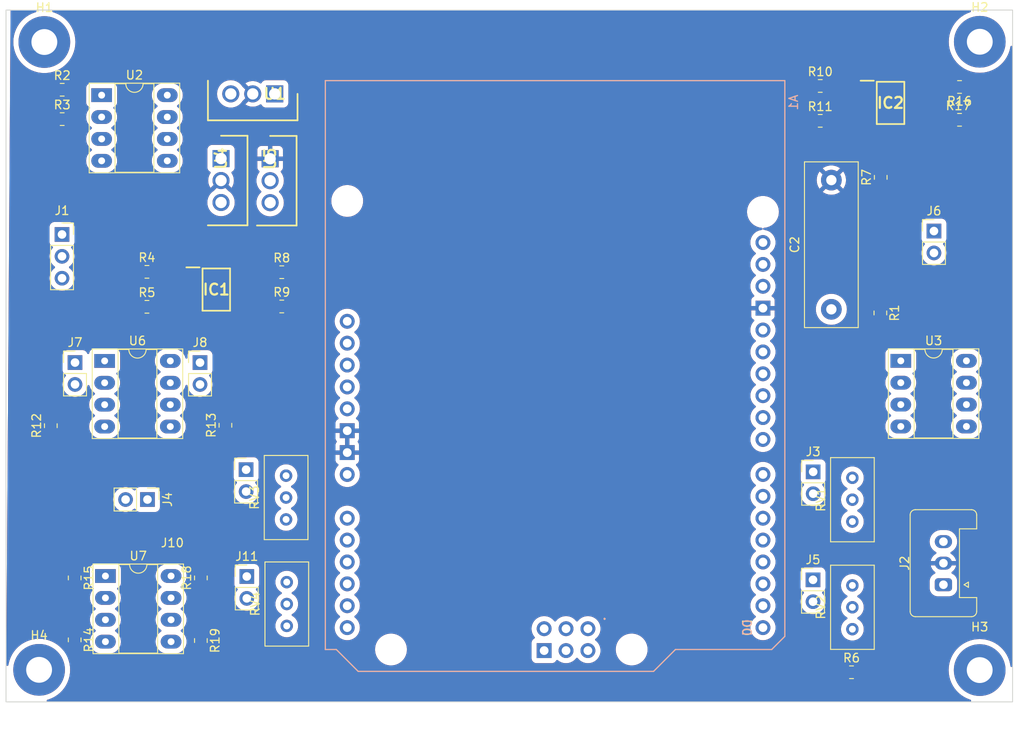
<source format=kicad_pcb>
(kicad_pcb (version 20221018) (generator pcbnew)
  (layers (0 "F.Cu" signal) (31 "B.Cu" signal) (34 "B.Paste" user) (35 "F.Paste" user) (36 "B.SilkS" user "B.Silkscreen") (37 "F.SilkS" user "F.Silkscreen") (38 "B.Mask" user) (39 "F.Mask" user) (44 "Edge.Cuts" user))
  (net 0 "")
  (net 1 "+12V")
  (net 2 "GND")
  (net 3 "Net-(U3A-+)")
  (net 4 "+5V")
  (net 5 "-12V")
  (net 6 "+9V")
  (net 7 "-9V")
  (net 8 "Net-(IC1-IN+)")
  (net 9 "Net-(IC1-OUT-)")
  (net 10 "Net-(IC1-OUT+)")
  (net 11 "Net-(IC1-IN-)")
  (net 12 "Net-(IC2-IN+)")
  (net 13 "VS-{slash}2")
  (net 14 "VS+{slash}2")
  (net 15 "Net-(IC2-IN-)")
  (net 16 "Net-(J1-Pin_1)")
  (net 17 "Net-(J1-Pin_2)")
  (net 18 "Net-(J1-Pin_3)")
  (net 19 "Net-(J3-Pin_1)")
  (net 20 "Net-(J3-Pin_2)")
  (net 21 "Net-(J4-Pin_1)")
  (net 22 "Net-(J5-Pin_1)")
  (net 23 "Net-(J5-Pin_2)")
  (net 24 "VS+")
  (net 25 "Net-(J7-Pin_1)")
  (net 26 "Net-(J7-Pin_2)")
  (net 27 "Net-(J8-Pin_1)")
  (net 28 "Net-(J8-Pin_2)")
  (net 29 "A0")
  (net 30 "A9")
  (net 31 "Net-(J10-Pin_1)")
  (net 32 "Net-(J11-Pin_1)")
  (net 33 "Net-(U2A--)")
  (net 34 "Net-(U2B--)")
  (net 35 "Net-(U7A--)")
  (net 36 "Net-(U7A-+)")
  (net 37 "Net-(R15-Pad1)")
  (footprint "Potentiometer_THT:Potentiometer_Bourns_3296W_Vertical" (layer "F.Cu") (at 187.11 111.44 90)
    (fp_text reference "RV1" (at -2.54 -3.66 90) (layer "F.SilkS"))
    (fp_text value "R_Potentiometer_Trim")
    (fp_line (start -7.425 -2.53) (end -7.425 2.54) (stroke (width 0.12)) (layer "F.SilkS"))
    (fp_line (start -7.425 -2.53) (end 2.345 -2.53) (stroke (width 0.12)) (layer "F.SilkS"))
    (fp_line (start -7.425 2.54) (end 2.345 2.54) (stroke (width 0.12)) (layer "F.SilkS"))
    (fp_line (start 2.345 -2.53) (end 2.345 2.54) (stroke (width 0.12)) (layer "F.SilkS"))
    (pad "1" thru_hole circle (at 0 0 90) (size 1.44 1.44) (drill 0.8) (layers "*.Cu" "*.Mask") (net 19 "Net-(J3-Pin_1)"))
    (pad "2" thru_hole circle (at -2.54 0 90) (size 1.44 1.44) (drill 0.8) (layers "*.Cu" "*.Mask") (net 20 "Net-(J3-Pin_2)"))
    (pad "3" thru_hole circle (at -5.08 0 90) (size 1.44 1.44) (drill 0.8) (layers "*.Cu" "*.Mask") (net 20 "Net-(J3-Pin_2)"))
  )
  (footprint "Resistor_SMD:R_0805_2012Metric_Pad1.20x1.40mm_HandSolder" (layer "F.Cu") (at 190.36 92.3 -90)
    (fp_text reference "R1" (at 0 -1.65 90) (layer "F.SilkS"))
    (fp_text value "10K")
    (fp_line (start -0.227064 -0.735) (end 0.227064 -0.735) (stroke (width 0.12)) (layer "F.SilkS"))
    (fp_line (start -0.227064 0.735) (end 0.227064 0.735) (stroke (width 0.12)) (layer "F.SilkS"))
    (pad "1" smd roundrect (at -1 0 270) (size 1.2 1.4) (layers "F.Cu" "F.Paste" "F.Mask") (roundrect_rratio 0.208333) (net 30 "A9"))
    (pad "2" smd roundrect (at 1 0 270) (size 1.2 1.4) (layers "F.Cu" "F.Paste" "F.Mask") (roundrect_rratio 0.208333) (net 3 "Net-(U3A-+)"))
  )
  (footprint "Connector_Stocko:Stocko_MKS_1653-6-0-303_1x3_P2.50mm_Vertical" (layer "F.Cu") (at 197.68 123.85 90)
    (fp_text reference "J2" (at 2.5 -4.5 90) (layer "F.SilkS"))
    (fp_text value "Conn_01x03")
    (fp_line (start -3.71 -3.25) (end -3.71 3.25) (stroke (width 0.12)) (layer "F.SilkS"))
    (fp_line (start -3.1 -3.86) (end 8.1 -3.86) (stroke (width 0.12)) (layer "F.SilkS"))
    (fp_line (start -3.1 3.86) (end -1.49 3.86) (stroke (width 0.12)) (layer "F.SilkS"))
    (fp_line (start -1.49 1.86) (end 6.49 1.86) (stroke (width 0.12)) (layer "F.SilkS"))
    (fp_line (start -1.49 3.86) (end -1.49 1.86) (stroke (width 0.12)) (layer "F.SilkS"))
    (fp_line (start -0.3 2.9) (end 0.3 2.9) (stroke (width 0.12)) (layer "F.SilkS"))
    (fp_line (start 0 2.4) (end -0.3 2.9) (stroke (width 0.12)) (layer "F.SilkS"))
    (fp_line (start 0.3 2.9) (end 0 2.4) (stroke (width 0.12)) (layer "F.SilkS"))
    (fp_line (start 6.49 3.86) (end 6.49 1.86) (stroke (width 0.12)) (layer "F.SilkS"))
    (fp_line (start 8.1 3.86) (end 6.49 3.86) (stroke (width 0.12)) (layer "F.SilkS"))
    (fp_line (start 8.71 -3.25) (end 8.71 3.25) (stroke (width 0.12)) (layer "F.SilkS"))
    (fp_arc (start -3.71 -3.25) (mid -3.531335 -3.681335) (end -3.1 -3.86) (stroke (width 0.12)) (layer "F.SilkS"))
    (fp_arc (start -3.1 3.86) (mid -3.531335 3.681335) (end -3.71 3.25) (stroke (width 0.12)) (layer "F.SilkS"))
    (fp_arc (start 8.1 -3.86) (mid 8.531335 -3.681335) (end 8.71 -3.25) (stroke (width 0.12)) (layer "F.SilkS"))
    (fp_arc (start 8.71 3.25) (mid 8.531335 3.681335) (end 8.1 3.86) (stroke (width 0.12)) (layer "F.SilkS"))
    (pad "1" thru_hole roundrect (at 0 0 90) (size 1.5 2) (drill 1) (layers "*.Cu" "*.Mask") (net 5 "-12V"))
    (pad "2" thru_hole oval (at 2.5 0 90) (size 1.5 2) (drill 1) (layers "*.Cu" "*.Mask") (net 2 "GND"))
    (pad "3" thru_hole oval (at 5 0 90) (size 1.5 2) (drill 1) (layers "*.Cu" "*.Mask") (net 1 "+12V"))
  )
  (footprint "Package_DIP:DIP-8_W7.62mm_Socket_LongPads" (layer "F.Cu") (at 99.96 67.02)
    (fp_text reference "U2" (at 3.81 -2.33) (layer "F.SilkS"))
    (fp_text value "TL072")
    (fp_line (start -1.44 -1.39) (end -1.44 9.01) (stroke (width 0.12)) (layer "F.SilkS"))
    (fp_line (start -1.44 9.01) (end 9.06 9.01) (stroke (width 0.12)) (layer "F.SilkS"))
    (fp_line (start 1.56 -1.33) (end 1.56 8.95) (stroke (width 0.12)) (layer "F.SilkS"))
    (fp_line (start 1.56 8.95) (end 6.06 8.95) (stroke (width 0.12)) (layer "F.SilkS"))
    (fp_line (start 2.81 -1.33) (end 1.56 -1.33) (stroke (width 0.12)) (layer "F.SilkS"))
    (fp_line (start 6.06 -1.33) (end 4.81 -1.33) (stroke (width 0.12)) (layer "F.SilkS"))
    (fp_line (start 6.06 8.95) (end 6.06 -1.33) (stroke (width 0.12)) (layer "F.SilkS"))
    (fp_line (start 9.06 -1.39) (end -1.44 -1.39) (stroke (width 0.12)) (layer "F.SilkS"))
    (fp_line (start 9.06 9.01) (end 9.06 -1.39) (stroke (width 0.12)) (layer "F.SilkS"))
    (fp_arc (start 4.81 -1.33) (mid 3.81 -0.33) (end 2.81 -1.33) (stroke (width 0.12)) (layer "F.SilkS"))
    (pad "1" thru_hole rect (at 0 0) (size 2.4 1.6) (drill 0.8) (layers "*.Cu" "*.Mask") (net 33 "Net-(U2A--)"))
    (pad "2" thru_hole oval (at 0 2.54) (size 2.4 1.6) (drill 0.8) (layers "*.Cu" "*.Mask") (net 33 "Net-(U2A--)"))
    (pad "3" thru_hole oval (at 0 5.08) (size 2.4 1.6) (drill 0.8) (layers "*.Cu" "*.Mask") (net 17 "Net-(J1-Pin_2)"))
    (pad "4" thru_hole oval (at 0 7.62) (size 2.4 1.6) (drill 0.8) (layers "*.Cu" "*.Mask") (net 7 "-9V"))
    (pad "5" thru_hole oval (at 7.62 7.62) (size 2.4 1.6) (drill 0.8) (layers "*.Cu" "*.Mask") (net 16 "Net-(J1-Pin_1)"))
    (pad "6" thru_hole oval (at 7.62 5.08) (size 2.4 1.6) (drill 0.8) (layers "*.Cu" "*.Mask") (net 34 "Net-(U2B--)"))
    (pad "7" thru_hole oval (at 7.62 2.54) (size 2.4 1.6) (drill 0.8) (layers "*.Cu" "*.Mask") (net 34 "Net-(U2B--)"))
    (pad "8" thru_hole oval (at 7.62 0) (size 2.4 1.6) (drill 0.8) (layers "*.Cu" "*.Mask") (net 6 "+9V"))
  )
  (footprint "Connector_PinHeader_2.54mm:PinHeader_1x02_P2.54mm_Vertical" (layer "F.Cu") (at 116.73 110.495)
    (fp_text reference "J10" (at -8.56 8.495) (layer "F.SilkS"))
    (fp_text value "Conn_01x02")
    (fp_line (start -1.33 -1.33) (end 0 -1.33) (stroke (width 0.12)) (layer "F.SilkS"))
    (fp_line (start -1.33 0) (end -1.33 -1.33) (stroke (width 0.12)) (layer "F.SilkS"))
    (fp_line (start -1.33 1.27) (end -1.33 3.87) (stroke (width 0.12)) (layer "F.SilkS"))
    (fp_line (start -1.33 1.27) (end 1.33 1.27) (stroke (width 0.12)) (layer "F.SilkS"))
    (fp_line (start -1.33 3.87) (end 1.33 3.87) (stroke (width 0.12)) (layer "F.SilkS"))
    (fp_line (start 1.33 1.27) (end 1.33 3.87) (stroke (width 0.12)) (layer "F.SilkS"))
    (pad "1" thru_hole rect (at 0 0) (size 1.7 1.7) (drill 1) (layers "*.Cu" "*.Mask") (net 31 "Net-(J10-Pin_1)"))
    (pad "2" thru_hole oval (at 0 2.54) (size 1.7 1.7) (drill 1) (layers "*.Cu" "*.Mask") (net 4 "+5V"))
  )
  (footprint "Resistor_SMD:R_0805_2012Metric_Pad1.20x1.40mm_HandSolder" (layer "F.Cu") (at 190.4 76.56 90)
    (fp_text reference "R7" (at 0 -1.65 90) (layer "F.SilkS"))
    (fp_text value "1K")
    (fp_line (start -0.227064 -0.735) (end 0.227064 -0.735) (stroke (width 0.12)) (layer "F.SilkS"))
    (fp_line (start -0.227064 0.735) (end 0.227064 0.735) (stroke (width 0.12)) (layer "F.SilkS"))
    (pad "1" smd roundrect (at -1 0 90) (size 1.2 1.4) (layers "F.Cu" "F.Paste" "F.Mask") (roundrect_rratio 0.208333) (net 20 "Net-(J3-Pin_2)"))
    (pad "2" smd roundrect (at 1 0 90) (size 1.2 1.4) (layers "F.Cu" "F.Paste" "F.Mask") (roundrect_rratio 0.208333) (net 2 "GND"))
  )
  (footprint "THP210DR:SOIC127P600X175-8N" (layer "F.Cu") (at 191.54 67.92)
    (fp_text reference "IC2" (at 0 0) (layer "F.SilkS") (effects (font (size 1.27 1.27) (thickness 0.254))))
    (fp_text value "THP210DR" hide)
    (fp_line (start -3.475 -2.58) (end -1.948 -2.58) (stroke (width 0.2)) (layer "F.SilkS"))
    (fp_line (start -1.598 -2.452) (end 1.598 -2.452) (stroke (width 0.2)) (layer "F.SilkS"))
    (fp_line (start -1.598 2.452) (end -1.598 -2.452) (stroke (width 0.2)) (layer "F.SilkS"))
    (fp_line (start 1.598 -2.452) (end 1.598 2.452) (stroke (width 0.2)) (layer "F.SilkS"))
    (fp_line (start 1.598 2.452) (end -1.598 2.452) (stroke (width 0.2)) (layer "F.SilkS"))
    (pad "1" smd rect (at -2.711 -1.905 90) (size 0.65 1.528) (layers "F.Cu" "F.Paste" "F.Mask") (net 15 "Net-(IC2-IN-)"))
    (pad "2" smd rect (at -2.711 -0.635 90) (size 0.65 1.528) (layers "F.Cu" "F.Paste" "F.Mask") (net 2 "GND"))
    (pad "3" smd rect (at -2.711 0.635 90) (size 0.65 1.528) (layers "F.Cu" "F.Paste" "F.Mask") (net 6 "+9V"))
    (pad "4" smd rect (at -2.711 1.905 90) (size 0.65 1.528) (layers "F.Cu" "F.Paste" "F.Mask") (net 14 "VS+{slash}2"))
    (pad "5" smd rect (at 2.711 1.905 90) (size 0.65 1.528) (layers "F.Cu" "F.Paste" "F.Mask") (net 13 "VS-{slash}2"))
    (pad "6" smd rect (at 2.711 0.635 90) (size 0.65 1.528) (layers "F.Cu" "F.Paste" "F.Mask") (net 7 "-9V"))
    (pad "7" smd rect (at 2.711 -0.635 90) (size 0.65 1.528) (layers "F.Cu" "F.Paste" "F.Mask") (net 6 "+9V"))
    (pad "8" smd rect (at 2.711 -1.905 90) (size 0.65 1.528) (layers "F.Cu" "F.Paste" "F.Mask") (net 12 "Net-(IC2-IN+)"))
  )
  (footprint "L7805CV:TO255P460X1020X2008-3P" (layer "F.Cu") (at 119.52 74.4 -90)
    (fp_text reference "U5" (at 0 0 -270) (layer "F.SilkS") (effects (font (size 1.27 1.27) (thickness 0.254))))
    (fp_text value "L7909" hide)
    (fp_line (start -2.65 -3.07) (end -2.65 0) (stroke (width 0.2)) (layer "F.SilkS"))
    (fp_line (start 7.75 -3.07) (end -2.65 -3.07) (stroke (width 0.2)) (layer "F.SilkS"))
    (fp_line (start 7.75 1.53) (end 7.75 -3.07) (stroke (width 0.2)) (layer "F.SilkS"))
    (pad "1" thru_hole rect (at 0 0 270) (size 1.98 1.98) (drill 1.32) (layers "*.Cu" "*.Mask") (net 2 "GND"))
    (pad "2" thru_hole circle (at 2.55 0 270) (size 1.98 1.98) (drill 1.32) (layers "*.Cu" "*.Mask") (net 5 "-12V"))
    (pad "3" thru_hole circle (at 5.1 0 270) (size 1.98 1.98) (drill 1.32) (layers "*.Cu" "*.Mask") (net 7 "-9V"))
  )
  (footprint "MountingHole:MountingHole_3mm_Pad" (layer "F.Cu") (at 92.7 133.73)
    (fp_text reference "H4" (at 0 -4) (layer "F.SilkS"))
    (fp_text value "MountingHole")
    (pad "1" thru_hole circle (at 0 0) (size 6 6) (drill 3) (layers "*.Cu" "*.Mask"))
  )
  (footprint "Package_DIP:DIP-8_W7.62mm_Socket_LongPads" (layer "F.Cu") (at 100.31 97.87)
    (fp_text reference "U6" (at 3.81 -2.33) (layer "F.SilkS"))
    (fp_text value "TL072")
    (fp_line (start -1.44 -1.39) (end -1.44 9.01) (stroke (width 0.12)) (layer "F.SilkS"))
    (fp_line (start -1.44 9.01) (end 9.06 9.01) (stroke (width 0.12)) (layer "F.SilkS"))
    (fp_line (start 1.56 -1.33) (end 1.56 8.95) (stroke (width 0.12)) (layer "F.SilkS"))
    (fp_line (start 1.56 8.95) (end 6.06 8.95) (stroke (width 0.12)) (layer "F.SilkS"))
    (fp_line (start 2.81 -1.33) (end 1.56 -1.33) (stroke (width 0.12)) (layer "F.SilkS"))
    (fp_line (start 6.06 -1.33) (end 4.81 -1.33) (stroke (width 0.12)) (layer "F.SilkS"))
    (fp_line (start 6.06 8.95) (end 6.06 -1.33) (stroke (width 0.12)) (layer "F.SilkS"))
    (fp_line (start 9.06 -1.39) (end -1.44 -1.39) (stroke (width 0.12)) (layer "F.SilkS"))
    (fp_line (start 9.06 9.01) (end 9.06 -1.39) (stroke (width 0.12)) (layer "F.SilkS"))
    (fp_arc (start 4.81 -1.33) (mid 3.81 -0.33) (end 2.81 -1.33) (stroke (width 0.12)) (layer "F.SilkS"))
    (pad "1" thru_hole rect (at 0 0) (size 2.4 1.6) (drill 0.8) (layers "*.Cu" "*.Mask") (net 25 "Net-(J7-Pin_1)"))
    (pad "2" thru_hole oval (at 0 2.54) (size 2.4 1.6) (drill 0.8) (layers "*.Cu" "*.Mask") (net 25 "Net-(J7-Pin_1)"))
    (pad "3" thru_hole oval (at 0 5.08) (size 2.4 1.6) (drill 0.8) (layers "*.Cu" "*.Mask") (net 9 "Net-(IC1-OUT-)"))
    (pad "4" thru_hole oval (at 0 7.62) (size 2.4 1.6) (drill 0.8) (layers "*.Cu" "*.Mask") (net 7 "-9V"))
    (pad "5" thru_hole oval (at 7.62 7.62) (size 2.4 1.6) (drill 0.8) (layers "*.Cu" "*.Mask") (net 21 "Net-(J4-Pin_1)"))
    (pad "6" thru_hole oval (at 7.62 5.08) (size 2.4 1.6) (drill 0.8) (layers "*.Cu" "*.Mask") (net 27 "Net-(J8-Pin_1)"))
    (pad "7" thru_hole oval (at 7.62 2.54) (size 2.4 1.6) (drill 0.8) (layers "*.Cu" "*.Mask") (net 27 "Net-(J8-Pin_1)"))
    (pad "8" thru_hole oval (at 7.62 0) (size 2.4 1.6) (drill 0.8) (layers "*.Cu" "*.Mask") (net 6 "+9V"))
  )
  (footprint "Resistor_SMD:R_0805_2012Metric_Pad1.20x1.40mm_HandSolder" (layer "F.Cu") (at 111.48 123.06 90)
    (fp_text reference "R18" (at 0 -1.65 90) (layer "F.SilkS"))
    (fp_text value "1K")
    (fp_line (start -0.227064 -0.735) (end 0.227064 -0.735) (stroke (width 0.12)) (layer "F.SilkS"))
    (fp_line (start -0.227064 0.735) (end 0.227064 0.735) (stroke (width 0.12)) (layer "F.SilkS"))
    (pad "1" smd roundrect (at -1 0 90) (size 1.2 1.4) (layers "F.Cu" "F.Paste" "F.Mask") (roundrect_rratio 0.208333) (net 31 "Net-(J10-Pin_1)"))
    (pad "2" smd roundrect (at 1 0 90) (size 1.2 1.4) (layers "F.Cu" "F.Paste" "F.Mask") (roundrect_rratio 0.208333) (net 37 "Net-(R15-Pad1)"))
  )
  (footprint "Resistor_SMD:R_0805_2012Metric_Pad1.20x1.40mm_HandSolder" (layer "F.Cu") (at 183.38 70)
    (fp_text reference "R11" (at 0 -1.65) (layer "F.SilkS"))
    (fp_text value "1k")
    (fp_line (start -0.227064 -0.735) (end 0.227064 -0.735) (stroke (width 0.12)) (layer "F.SilkS"))
    (fp_line (start -0.227064 0.735) (end 0.227064 0.735) (stroke (width 0.12)) (layer "F.SilkS"))
    (pad "1" smd roundrect (at -1 0) (size 1.2 1.4) (layers "F.Cu" "F.Paste" "F.Mask") (roundrect_rratio 0.208333) (net 15 "Net-(IC2-IN-)"))
    (pad "2" smd roundrect (at 1 0) (size 1.2 1.4) (layers "F.Cu" "F.Paste" "F.Mask") (roundrect_rratio 0.208333) (net 14 "VS+{slash}2"))
  )
  (footprint "Potentiometer_THT:Potentiometer_Bourns_3296W_Vertical" (layer "F.Cu") (at 121.37 111.19 90)
    (fp_text reference "RV3" (at -2.54 -3.66 90) (layer "F.SilkS"))
    (fp_text value "R_Potentiometer_Trim")
    (fp_line (start -7.425 -2.53) (end -7.425 2.54) (stroke (width 0.12)) (layer "F.SilkS"))
    (fp_line (start -7.425 -2.53) (end 2.345 -2.53) (stroke (width 0.12)) (layer "F.SilkS"))
    (fp_line (start -7.425 2.54) (end 2.345 2.54) (stroke (width 0.12)) (layer "F.SilkS"))
    (fp_line (start 2.345 -2.53) (end 2.345 2.54) (stroke (width 0.12)) (layer "F.SilkS"))
    (pad "1" thru_hole circle (at 0 0 90) (size 1.44 1.44) (drill 0.8) (layers "*.Cu" "*.Mask") (net 31 "Net-(J10-Pin_1)"))
    (pad "2" thru_hole circle (at -2.54 0 90) (size 1.44 1.44) (drill 0.8) (layers "*.Cu" "*.Mask") (net 4 "+5V"))
    (pad "3" thru_hole circle (at -5.08 0 90) (size 1.44 1.44) (drill 0.8) (layers "*.Cu" "*.Mask") (net 4 "+5V"))
  )
  (footprint "Resistor_SMD:R_0805_2012Metric_Pad1.20x1.40mm_HandSolder" (layer "F.Cu") (at 105.22 91.59)
    (fp_text reference "R5" (at 0 -1.65) (layer "F.SilkS"))
    (fp_text value "2K2")
    (fp_line (start -0.227064 -0.735) (end 0.227064 -0.735) (stroke (width 0.12)) (layer "F.SilkS"))
    (fp_line (start -0.227064 0.735) (end 0.227064 0.735) (stroke (width 0.12)) (layer "F.SilkS"))
    (pad "1" smd roundrect (at -1 0) (size 1.2 1.4) (layers "F.Cu" "F.Paste" "F.Mask") (roundrect_rratio 0.208333) (net 13 "VS-{slash}2"))
    (pad "2" smd roundrect (at 1 0) (size 1.2 1.4) (layers "F.Cu" "F.Paste" "F.Mask") (roundrect_rratio 0.208333) (net 8 "Net-(IC1-IN+)"))
  )
  (footprint "Resistor_SMD:R_0805_2012Metric_Pad1.20x1.40mm_HandSolder" (layer "F.Cu") (at 120.87 87.57)
    (fp_text reference "R8" (at 0 -1.65) (layer "F.SilkS"))
    (fp_text value "2K2")
    (fp_line (start -0.227064 -0.735) (end 0.227064 -0.735) (stroke (width 0.12)) (layer "F.SilkS"))
    (fp_line (start -0.227064 0.735) (end 0.227064 0.735) (stroke (width 0.12)) (layer "F.SilkS"))
    (pad "1" smd roundrect (at -1 0) (size 1.2 1.4) (layers "F.Cu" "F.Paste" "F.Mask") (roundrect_rratio 0.208333) (net 10 "Net-(IC1-OUT+)"))
    (pad "2" smd roundrect (at 1 0) (size 1.2 1.4) (layers "F.Cu" "F.Paste" "F.Mask") (roundrect_rratio 0.208333) (net 18 "Net-(J1-Pin_3)"))
  )
  (footprint "Resistor_SMD:R_0805_2012Metric_Pad1.20x1.40mm_HandSolder" (layer "F.Cu") (at 95.38 69.8)
    (fp_text reference "R3" (at 0 -1.65) (layer "F.SilkS"))
    (fp_text value "2K2")
    (fp_line (start -0.227064 -0.735) (end 0.227064 -0.735) (stroke (width 0.12)) (layer "F.SilkS"))
    (fp_line (start -0.227064 0.735) (end 0.227064 0.735) (stroke (width 0.12)) (layer "F.SilkS"))
    (pad "1" smd roundrect (at -1 0) (size 1.2 1.4) (layers "F.Cu" "F.Paste" "F.Mask") (roundrect_rratio 0.208333) (net 33 "Net-(U2A--)"))
    (pad "2" smd roundrect (at 1 0) (size 1.2 1.4) (layers "F.Cu" "F.Paste" "F.Mask") (roundrect_rratio 0.208333) (net 11 "Net-(IC1-IN-)"))
  )
  (footprint "Resistor_SMD:R_0805_2012Metric_Pad1.20x1.40mm_HandSolder" (layer "F.Cu") (at 120.87 91.55)
    (fp_text reference "R9" (at 0 -1.65) (layer "F.SilkS"))
    (fp_text value "2K2")
    (fp_line (start -0.227064 -0.735) (end 0.227064 -0.735) (stroke (width 0.12)) (layer "F.SilkS"))
    (fp_line (start -0.227064 0.735) (end 0.227064 0.735) (stroke (width 0.12)) (layer "F.SilkS"))
    (pad "1" smd roundrect (at -1 0) (size 1.2 1.4) (layers "F.Cu" "F.Paste" "F.Mask") (roundrect_rratio 0.208333) (net 21 "Net-(J4-Pin_1)"))
    (pad "2" smd roundrect (at 1 0) (size 1.2 1.4) (layers "F.Cu" "F.Paste" "F.Mask") (roundrect_rratio 0.208333) (net 9 "Net-(IC1-OUT-)"))
  )
  (footprint "Connector_PinHeader_2.54mm:PinHeader_1x02_P2.54mm_Vertical" (layer "F.Cu") (at 116.81 122.895)
    (fp_text reference "J11" (at 0 -2.33) (layer "F.SilkS"))
    (fp_text value "Conn_01x02")
    (fp_line (start -1.33 -1.33) (end 0 -1.33) (stroke (width 0.12)) (layer "F.SilkS"))
    (fp_line (start -1.33 0) (end -1.33 -1.33) (stroke (width 0.12)) (layer "F.SilkS"))
    (fp_line (start -1.33 1.27) (end -1.33 3.87) (stroke (width 0.12)) (layer "F.SilkS"))
    (fp_line (start -1.33 1.27) (end 1.33 1.27) (stroke (width 0.12)) (layer "F.SilkS"))
    (fp_line (start -1.33 3.87) (end 1.33 3.87) (stroke (width 0.12)) (layer "F.SilkS"))
    (fp_line (start 1.33 1.27) (end 1.33 3.87) (stroke (width 0.12)) (layer "F.SilkS"))
    (pad "1" thru_hole rect (at 0 0) (size 1.7 1.7) (drill 1) (layers "*.Cu" "*.Mask") (net 32 "Net-(J11-Pin_1)"))
    (pad "2" thru_hole oval (at 0 2.54) (size 1.7 1.7) (drill 1) (layers "*.Cu" "*.Mask") (net 29 "A0"))
  )
  (footprint "Resistor_SMD:R_0805_2012Metric_Pad1.20x1.40mm_HandSolder" (layer "F.Cu") (at 187.01 134.01)
    (fp_text reference "R6" (at 0 -1.65) (layer "F.SilkS"))
    (fp_text value "1K")
    (fp_line (start -0.227064 -0.735) (end 0.227064 -0.735) (stroke (width 0.12)) (layer "F.SilkS"))
    (fp_line (start -0.227064 0.735) (end 0.227064 0.735) (stroke (width 0.12)) (layer "F.SilkS"))
    (pad "1" smd roundrect (at -1 0) (size 1.2 1.4) (layers "F.Cu" "F.Paste" "F.Mask") (roundrect_rratio 0.208333) (net 4 "+5V"))
    (pad "2" smd roundrect (at 1 0) (size 1.2 1.4) (layers "F.Cu" "F.Paste" "F.Mask") (roundrect_rratio 0.208333) (net 22 "Net-(J5-Pin_1)"))
  )
  (footprint "Connector_PinHeader_2.54mm:PinHeader_1x02_P2.54mm_Vertical" (layer "F.Cu") (at 182.56 110.745)
    (fp_text reference "J3" (at 0 -2.33) (layer "F.SilkS"))
    (fp_text value "Conn_01x02")
    (fp_line (start -1.33 -1.33) (end 0 -1.33) (stroke (width 0.12)) (layer "F.SilkS"))
    (fp_line (start -1.33 0) (end -1.33 -1.33) (stroke (width 0.12)) (layer "F.SilkS"))
    (fp_line (start -1.33 1.27) (end -1.33 3.87) (stroke (width 0.12)) (layer "F.SilkS"))
    (fp_line (start -1.33 1.27) (end 1.33 1.27) (stroke (width 0.12)) (layer "F.SilkS"))
    (fp_line (start -1.33 3.87) (end 1.33 3.87) (stroke (width 0.12)) (layer "F.SilkS"))
    (fp_line (start 1.33 1.27) (end 1.33 3.87) (stroke (width 0.12)) (layer "F.SilkS"))
    (pad "1" thru_hole rect (at 0 0) (size 1.7 1.7) (drill 1) (layers "*.Cu" "*.Mask") (net 19 "Net-(J3-Pin_1)"))
    (pad "2" thru_hole oval (at 0 2.54) (size 1.7 1.7) (drill 1) (layers "*.Cu" "*.Mask") (net 20 "Net-(J3-Pin_2)"))
  )
  (footprint "Connector_PinHeader_2.54mm:PinHeader_1x02_P2.54mm_Vertical" (layer "F.Cu") (at 182.54 123.28)
    (fp_text reference "J5" (at 0 -2.33) (layer "F.SilkS"))
    (fp_text value "Conn_01x02")
    (fp_line (start -1.33 -1.33) (end 0 -1.33) (stroke (width 0.12)) (layer "F.SilkS"))
    (fp_line (start -1.33 0) (end -1.33 -1.33) (stroke (width 0.12)) (layer "F.SilkS"))
    (fp_line (start -1.33 1.27) (end -1.33 3.87) (stroke (width 0.12)) (layer "F.SilkS"))
    (fp_line (start -1.33 1.27) (end 1.33 1.27) (stroke (width 0.12)) (layer "F.SilkS"))
    (fp_line (start -1.33 3.87) (end 1.33 3.87) (stroke (width 0.12)) (layer "F.SilkS"))
    (fp_line (start 1.33 1.27) (end 1.33 3.87) (stroke (width 0.12)) (layer "F.SilkS"))
    (pad "1" thru_hole rect (at 0 0) (size 1.7 1.7) (drill 1) (layers "*.Cu" "*.Mask") (net 22 "Net-(J5-Pin_1)"))
    (pad "2" thru_hole oval (at 0 2.54) (size 1.7 1.7) (drill 1) (layers "*.Cu" "*.Mask") (net 23 "Net-(J5-Pin_2)"))
  )
  (footprint "Resistor_SMD:R_0805_2012Metric_Pad1.20x1.40mm_HandSolder" (layer "F.Cu") (at 96.83 123.06 -90)
    (fp_text reference "R15" (at 0 -1.65 90) (layer "F.SilkS"))
    (fp_text value "1K")
    (fp_line (start -0.227064 -0.735) (end 0.227064 -0.735) (stroke (width 0.12)) (layer "F.SilkS"))
    (fp_line (start -0.227064 0.735) (end 0.227064 0.735) (stroke (width 0.12)) (layer "F.SilkS"))
    (pad "1" smd roundrect (at -1 0 270) (size 1.2 1.4) (layers "F.Cu" "F.Paste" "F.Mask") (roundrect_rratio 0.208333) (net 37 "Net-(R15-Pad1)"))
    (pad "2" smd roundrect (at 1 0 270) (size 1.2 1.4) (layers "F.Cu" "F.Paste" "F.Mask") (roundrect_rratio 0.208333) (net 35 "Net-(U7A--)"))
  )
  (footprint "Resistor_SMD:R_0805_2012Metric_Pad1.20x1.40mm_HandSolder" (layer "F.Cu") (at 114.33 105.34 90)
    (fp_text reference "R13" (at 0 -1.65 90) (layer "F.SilkS"))
    (fp_text value "1K")
    (fp_line (start -0.227064 -0.735) (end 0.227064 -0.735) (stroke (width 0.12)) (layer "F.SilkS"))
    (fp_line (start -0.227064 0.735) (end 0.227064 0.735) (stroke (width 0.12)) (layer "F.SilkS"))
    (pad "1" smd roundrect (at -1 0 90) (size 1.2 1.4) (layers "F.Cu" "F.Paste" "F.Mask") (roundrect_rratio 0.208333) (net 36 "Net-(U7A-+)"))
    (pad "2" smd roundrect (at 1 0 90) (size 1.2 1.4) (layers "F.Cu" "F.Paste" "F.Mask") (roundrect_rratio 0.208333) (net 28 "Net-(J8-Pin_2)"))
  )
  (footprint "Potentiometer_THT:Potentiometer_Bourns_3296W_Vertical" (layer "F.Cu") (at 121.45 123.55 90)
    (fp_text reference "RV4" (at -2.54 -3.66 90) (layer "F.SilkS"))
    (fp_text value "R_Potentiometer_Trim")
    (fp_line (start -7.425 -2.53) (end -7.425 2.54) (stroke (width 0.12)) (layer "F.SilkS"))
    (fp_line (start -7.425 -2.53) (end 2.345 -2.53) (stroke (width 0.12)) (layer "F.SilkS"))
    (fp_line (start -7.425 2.54) (end 2.345 2.54) (stroke (width 0.12)) (layer "F.SilkS"))
    (fp_line (start 2.345 -2.53) (end 2.345 2.54) (stroke (width 0.12)) (layer "F.SilkS"))
    (pad "1" thru_hole circle (at 0 0 90) (size 1.44 1.44) (drill 0.8) (layers "*.Cu" "*.Mask") (net 32 "Net-(J11-Pin_1)"))
    (pad "2" thru_hole circle (at -2.54 0 90) (size 1.44 1.44) (drill 0.8) (layers "*.Cu" "*.Mask") (net 29 "A0"))
    (pad "3" thru_hole circle (at -5.08 0 90) (size 1.44 1.44) (drill 0.8) (layers "*.Cu" "*.Mask") (net 29 "A0"))
  )
  (footprint "MountingHole:MountingHole_3mm_Pad" (layer "F.Cu") (at 201.9 60.82)
    (fp_text reference "H2" (at 0 -4) (layer "F.SilkS"))
    (fp_text value "MountingHole")
    (pad "1" thru_hole circle (at 0 0) (size 6 6) (drill 3) (layers "*.Cu" "*.Mask"))
  )
  (footprint "Connector_PinHeader_2.54mm:PinHeader_1x02_P2.54mm_Vertical" (layer "F.Cu") (at 196.58 82.795)
    (fp_text reference "J6" (at 0 -2.33) (layer "F.SilkS"))
    (fp_text value "Conn_01x02")
    (fp_line (start -1.33 -1.33) (end 0 -1.33) (stroke (width 0.12)) (layer "F.SilkS"))
    (fp_line (start -1.33 0) (end -1.33 -1.33) (stroke (width 0.12)) (layer "F.SilkS"))
    (fp_line (start -1.33 1.27) (end -1.33 3.87) (stroke (width 0.12)) (layer "F.SilkS"))
    (fp_line (start -1.33 1.27) (end 1.33 1.27) (stroke (width 0.12)) (layer "F.SilkS"))
    (fp_line (start -1.33 3.87) (end 1.33 3.87) (stroke (width 0.12)) (layer "F.SilkS"))
    (fp_line (start 1.33 1.27) (end 1.33 3.87) (stroke (width 0.12)) (layer "F.SilkS"))
    (pad "1" thru_hole rect (at 0 0) (size 1.7 1.7) (drill 1) (layers "*.Cu" "*.Mask") (net 23 "Net-(J5-Pin_2)"))
    (pad "2" thru_hole oval (at 0 2.54) (size 1.7 1.7) (drill 1) (layers "*.Cu" "*.Mask") (net 24 "VS+"))
  )
  (footprint "Resistor_SMD:R_0805_2012Metric_Pad1.20x1.40mm_HandSolder" (layer "F.Cu") (at 183.38 65.95)
    (fp_text reference "R10" (at 0 -1.65) (layer "F.SilkS"))
    (fp_text value "1k")
    (fp_line (start -0.227064 -0.735) (end 0.227064 -0.735) (stroke (width 0.12)) (layer "F.SilkS"))
    (fp_line (start -0.227064 0.735) (end 0.227064 0.735) (stroke (width 0.12)) (layer "F.SilkS"))
    (pad "1" smd roundrect (at -1 0) (size 1.2 1.4) (layers "F.Cu" "F.Paste" "F.Mask") (roundrect_rratio 0.208333) (net 2 "GND"))
    (pad "2" smd roundrect (at 1 0) (size 1.2 1.4) (layers "F.Cu" "F.Paste" "F.Mask") (roundrect_rratio 0.208333) (net 15 "Net-(IC2-IN-)"))
  )
  (footprint "Connector_PinHeader_2.54mm:PinHeader_1x02_P2.54mm_Vertical" (layer "F.Cu") (at 111.38 98.065)
    (fp_text reference "J8" (at 0 -2.33) (layer "F.SilkS"))
    (fp_text value "Conn_01x02")
    (fp_line (start -1.33 -1.33) (end 0 -1.33) (stroke (width 0.12)) (layer "F.SilkS"))
    (fp_line (start -1.33 0) (end -1.33 -1.33) (stroke (width 0.12)) (layer "F.SilkS"))
    (fp_line (start -1.33 1.27) (end -1.33 3.87) (stroke (width 0.12)) (layer "F.SilkS"))
    (fp_line (start -1.33 1.27) (end 1.33 1.27) (stroke (width 0.12)) (layer "F.SilkS"))
    (fp_line (start -1.33 3.87) (end 1.33 3.87) (stroke (width 0.12)) (layer "F.SilkS"))
    (fp_line (start 1.33 1.27) (end 1.33 3.87) (stroke (width 0.12)) (layer "F.SilkS"))
    (pad "1" thru_hole rect (at 0 0) (size 1.7 1.7) (drill 1) (layers "*.Cu" "*.Mask") (net 27 "Net-(J8-Pin_1)"))
    (pad "2" thru_hole oval (at 0 2.54) (size 1.7 1.7) (drill 1) (layers "*.Cu" "*.Mask") (net 28 "Net-(J8-Pin_2)"))
  )
  (footprint "Resistor_SMD:R_0805_2012Metric_Pad1.20x1.40mm_HandSolder" (layer "F.Cu") (at 94.06 105.39 90)
    (fp_text reference "R12" (at 0 -1.65 90) (layer "F.SilkS"))
    (fp_text value "1K")
    (fp_line (start -0.227064 -0.735) (end 0.227064 -0.735) (stroke (width 0.12)) (layer "F.SilkS"))
    (fp_line (start -0.227064 0.735) (end 0.227064 0.735) (stroke (width 0.12)) (layer "F.SilkS"))
    (pad "1" smd roundrect (at -1 0 90) (size 1.2 1.4) (layers "F.Cu" "F.Paste" "F.Mask") (roundrect_rratio 0.208333) (net 35 "Net-(U7A--)"))
    (pad "2" smd roundrect (at 1 0 90) (size 1.2 1.4) (layers "F.Cu" "F.Paste" "F.Mask") (roundrect_rratio 0.208333) (net 26 "Net-(J7-Pin_2)"))
  )
  (footprint "Resistor_SMD:R_0805_2012Metric_Pad1.20x1.40mm_HandSolder" (layer "F.Cu") (at 96.83 130.25 -90)
    (fp_text reference "R14" (at 0 -1.65 90) (layer "F.SilkS"))
    (fp_text value "1K")
    (fp_line (start -0.227064 -0.735) (end 0.227064 -0.735) (stroke (width 0.12)) (layer "F.SilkS"))
    (fp_line (start -0.227064 0.735) (end 0.227064 0.735) (stroke (width 0.12)) (layer "F.SilkS"))
    (pad "1" smd roundrect (at -1 0 270) (size 1.2 1.4) (layers "F.Cu" "F.Paste" "F.Mask") (roundrect_rratio 0.208333) (net 36 "Net-(U7A-+)"))
    (pad "2" smd roundrect (at 1 0 270) (size 1.2 1.4) (layers "F.Cu" "F.Paste" "F.Mask") (roundrect_rratio 0.208333) (net 2 "GND"))
  )
  (footprint "MountingHole:MountingHole_3mm_Pad" (layer "F.Cu") (at 201.89 133.76)
    (fp_text reference "H3" (at 0 -5) (layer "F.SilkS"))
    (fp_text value "MountingHole")
    (pad "1" thru_hole circle (at 0 0) (size 6 6) (drill 3) (layers "*.Cu" "*.Mask"))
  )
  (footprint "Resistor_SMD:R_0805_2012Metric_Pad1.20x1.40mm_HandSolder" (layer "F.Cu") (at 95.38 66.39)
    (fp_text reference "R2" (at 0 -1.65) (layer "F.SilkS"))
    (fp_text value "2K2")
    (fp_line (start -0.227064 -0.735) (end 0.227064 -0.735) (stroke (width 0.12)) (layer "F.SilkS"))
    (fp_line (start -0.227064 0.735) (end 0.227064 0.735) (stroke (width 0.12)) (layer "F.SilkS"))
    (pad "1" smd roundrect (at -1 0) (size 1.2 1.4) (layers "F.Cu" "F.Paste" "F.Mask") (roundrect_rratio 0.208333) (net 14 "VS+{slash}2"))
    (pad "2" smd roundrect (at 1 0) (size 1.2 1.4) (layers "F.Cu" "F.Paste" "F.Mask") (roundrect_rratio 0.208333) (net 11 "Net-(IC1-IN-)"))
  )
  (footprint "Package_DIP:DIP-8_W7.62mm_Socket_LongPads" (layer "F.Cu") (at 192.73 97.86)
    (fp_text reference "U3" (at 3.81 -2.33) (layer "F.SilkS"))
    (fp_text value "TL072")
    (fp_line (start -1.44 -1.39) (end -1.44 9.01) (stroke (width 0.12)) (layer "F.SilkS"))
    (fp_line (start -1.44 9.01) (end 9.06 9.01) (stroke (width 0.12)) (layer "F.SilkS"))
    (fp_line (start 1.56 -1.33) (end 1.56 8.95) (stroke (width 0.12)) (layer "F.SilkS"))
    (fp_line (start 1.56 8.95) (end 6.06 8.95) (stroke (width 0.12)) (layer "F.SilkS"))
    (fp_line (start 2.81 -1.33) (end 1.56 -1.33) (stroke (width 0.12)) (layer "F.SilkS"))
    (fp_line (start 6.06 -1.33) (end 4.81 -1.33) (stroke (width 0.12)) (layer "F.SilkS"))
    (fp_line (start 6.06 8.95) (end 6.06 -1.33) (stroke (width 0.12)) (layer "F.SilkS"))
    (fp_line (start 9.06 -1.39) (end -1.44 -1.39) (stroke (width 0.12)) (layer "F.SilkS"))
    (fp_line (start 9.06 9.01) (end 9.06 -1.39) (stroke (width 0.12)) (layer "F.SilkS"))
    (fp_arc (start 4.81 -1.33) (mid 3.81 -0.33) (end 2.81 -1.33) (stroke (width 0.12)) (layer "F.SilkS"))
    (pad "1" thru_hole rect (at 0 0) (size 2.4 1.6) (drill 0.8) (layers "*.Cu" "*.Mask") (net 19 "Net-(J3-Pin_1)"))
    (pad "2" thru_hole oval (at 0 2.54) (size 2.4 1.6) (drill 0.8) (layers "*.Cu" "*.Mask") (net 19 "Net-(J3-Pin_1)"))
    (pad "3" thru_hole oval (at 0 5.08) (size 2.4 1.6) (drill 0.8) (layers "*.Cu" "*.Mask") (net 3 "Net-(U3A-+)"))
    (pad "4" thru_hole oval (at 0 7.62) (size 2.4 1.6) (drill 0.8) (layers "*.Cu" "*.Mask") (net 7 "-9V"))
    (pad "5" thru_hole oval (at 7.62 7.62) (size 2.4 1.6) (drill 0.8) (layers "*.Cu" "*.Mask") (net 20 "Net-(J3-Pin_2)"))
    (pad "6" thru_hole oval (at 7.62 5.08) (size 2.4 1.6) (drill 0.8) (layers "*.Cu" "*.Mask") (net 22 "Net-(J5-Pin_1)"))
    (pad "7" thru_hole oval (at 7.62 2.54) (size 2.4 1.6) (drill 0.8) (layers "*.Cu" "*.Mask") (net 23 "Net-(J5-Pin_2)"))
    (pad "8" thru_hole oval (at 7.62 0) (size 2.4 1.6) (drill 0.8) (layers "*.Cu" "*.Mask") (net 6 "+9V"))
  )
  (footprint "L7805CV:TO255P460X1020X2008-3P" (layer "F.Cu") (at 120.05 66.87 180)
    (fp_text reference "U1" (at 0 0) (layer "F.SilkS") (effects (font (size 1.27 1.27) (thickness 0.254))))
    (fp_text value "L7805" hide)
    (fp_line (start -2.65 -3.07) (end -2.65 0) (stroke (width 0.2)) (layer "F.SilkS"))
    (fp_line (start 7.75 -3.07) (end -2.65 -3.07) (stroke (width 0.2)) (layer "F.SilkS"))
    (fp_line (start 7.75 1.53) (end 7.75 -3.07) (stroke (width 0.2)) (layer "F.SilkS"))
    (pad "1" thru_hole rect (at 0 0 180) (size 1.98 1.98) (drill 1.32) (layers "*.Cu" "*.Mask") (net 1 "+12V"))
    (pad "2" thru_hole circle (at 2.55 0 180) (size 1.98 1.98) (drill 1.32) (layers "*.Cu" "*.Mask") (net 2 "GND"))
    (pad "3" thru_hole circle (at 5.1 0 180) (size 1.98 1.98) (drill 1.32) (layers "*.Cu" "*.Mask") (net 4 "+5V"))
  )
  (footprint "Resistor_SMD:R_0805_2012Metric_Pad1.20x1.40mm_HandSolder" (layer "F.Cu") (at 111.48 130.33 -90)
    (fp_text reference "R19" (at 0 -1.65 90) (layer "F.SilkS"))
    (fp_text value "1K")
    (fp_line (start -0.227064 -0.735) (end 0.227064 -0.735) (stroke (width 0.12)) (layer "F.SilkS"))
    (fp_line (start -0.227064 0.735) (end 0.227064 0.735) (stroke (width 0.12)) (layer "F.SilkS"))
    (pad "1" smd roundrect (at -1 0 270) (size 1.2 1.4) (layers "F.Cu" "F.Paste" "F.Mask") (roundrect_rratio 0.208333) (net 32 "Net-(J11-Pin_1)"))
    (pad "2" smd roundrect (at 1 0 270) (size 1.2 1.4) (layers "F.Cu" "F.Paste" "F.Mask") (roundrect_rratio 0.208333) (net 2 "GND"))
  )
  (footprint "THP210DR:SOIC127P600X175-8N" (layer "F.Cu") (at 113.27 89.59)
    (fp_text reference "IC1" (at 0 0) (layer "F.SilkS") (effects (font (size 1.27 1.27) (thickness 0.254))))
    (fp_text value "THP210DR" hide)
    (fp_line (start -3.475 -2.58) (end -1.948 -2.58) (stroke (width 0.2)) (layer "F.SilkS"))
    (fp_line (start -1.598 -2.452) (end 1.598 -2.452) (stroke (width 0.2)) (layer "F.SilkS"))
    (fp_line (start -1.598 2.452) (end -1.598 -2.452) (stroke (width 0.2)) (layer "F.SilkS"))
    (fp_line (start 1.598 -2.452) (end 1.598 2.452) (stroke (width 0.2)) (layer "F.SilkS"))
    (fp_line (start 1.598 2.452) (end -1.598 2.452) (stroke (width 0.2)) (layer "F.SilkS"))
    (pad "1" smd rect (at -2.711 -1.905 90) (size 0.65 1.528) (layers "F.Cu" "F.Paste" "F.Mask") (net 11 "Net-(IC1-IN-)"))
    (pad "2" smd rect (at -2.711 -0.635 90) (size 0.65 1.528) (layers "F.Cu" "F.Paste" "F.Mask") (net 2 "GND"))
    (pad "3" smd rect (at -2.711 0.635 90) (size 0.65 1.528) (layers "F.Cu" "F.Paste" "F.Mask") (net 6 "+9V"))
    (pad "4" smd rect (at -2.711 1.905 90) (size 0.65 1.528) (layers "F.Cu" "F.Paste" "F.Mask") (net 10 "Net-(IC1-OUT+)"))
    (pad "5" smd rect (at 2.711 1.905 90) (size 0.65 1.528) (layers "F.Cu" "F.Paste" "F.Mask") (net 9 "Net-(IC1-OUT-)"))
    (pad "6" smd rect (at 2.711 0.635 90) (size 0.65 1.528) (layers "F.Cu" "F.Paste" "F.Mask") (net 7 "-9V"))
    (pad "7" smd rect (at 2.711 -0.635 90) (size 0.65 1.528) (layers "F.Cu" "F.Paste" "F.Mask") (net 6 "+9V"))
    (pad "8" smd rect (at 2.711 -1.905 90) (size 0.65 1.528) (layers "F.Cu" "F.Paste" "F.Mask") (net 8 "Net-(IC1-IN+)"))
  )
  (footprint "Potentiometer_THT:Potentiometer_Bourns_3296W_Vertical" (layer "F.Cu") (at 187.11 123.93 90)
    (fp_text reference "RV2" (at -2.54 -3.66 90) (layer "F.SilkS"))
    (fp_text value "R_Potentiometer_Trim")
    (fp_line (start -7.425 -2.53) (end -7.425 2.54) (stroke (width 0.12)) (layer "F.SilkS"))
    (fp_line (start -7.425 -2.53) (end 2.345 -2.53) (stroke (width 0.12)) (layer "F.SilkS"))
    (fp_line (start -7.425 2.54) (end 2.345 2.54) (stroke (width 0.12)) (layer "F.SilkS"))
    (fp_line (start 2.345 -2.53) (end 2.345 2.54) (stroke (width 0.12)) (layer "F.SilkS"))
    (pad "1" thru_hole circle (at 0 0 90) (size 1.44 1.44) (drill 0.8) (layers "*.Cu" "*.Mask") (net 22 "Net-(J5-Pin_1)"))
    (pad "2" thru_hole circle (at -2.54 0 90) (size 1.44 1.44) (drill 0.8) (layers "*.Cu" "*.Mask") (net 23 "Net-(J5-Pin_2)"))
    (pad "3" thru_hole circle (at -5.08 0 90) (size 1.44 1.44) (drill 0.8) (layers "*.Cu" "*.Mask") (net 23 "Net-(J5-Pin_2)"))
  )
  (footprint "Capacitor_THT:C_Rect_L19.0mm_W6.0mm_P15.00mm_MKS4" (layer "F.Cu") (at 184.67 91.88 90)
    (fp_text reference "C2" (at 7.5 -4.25 90) (layer "F.SilkS"))
    (fp_text value "470nF")
    (fp_line (start -2.12 -3.12) (end -2.12 3.12) (stroke (width 0.12)) (layer "F.SilkS"))
    (fp_line (start -2.12 -3.12) (end 17.12 -3.12) (stroke (width 0.12)) (layer "F.SilkS"))
    (fp_line (start -2.12 3.12) (end 17.12 3.12) (stroke (width 0.12)) (layer "F.SilkS"))
    (fp_line (start 17.12 -3.12) (end 17.12 3.12) (stroke (width 0.12)) (layer "F.SilkS"))
    (pad "1" thru_hole circle (at 0 0 90) (size 2.4 2.4) (drill 1.2) (layers "*.Cu" "*.Mask") (net 3 "Net-(U3A-+)"))
    (pad "2" thru_hole circle (at 15 0 90) (size 2.4 2.4) (drill 1.2) (layers "*.Cu" "*.Mask") (net 2 "GND"))
  )
  (footprint "Connector_PinHeader_2.54mm:PinHeader_1x02_P2.54mm_Vertical" (layer "F.Cu") (at 96.87 98.06)
    (fp_text reference "J7" (at 0 -2.33) (layer "F.SilkS"))
    (fp_text value "Conn_01x02")
    (fp_line (start -1.33 -1.33) (end 0 -1.33) (stroke (width 0.12)) (layer "F.SilkS"))
    (fp_line (start -1.33 0) (end -1.33 -1.33) (stroke (width 0.12)) (layer "F.SilkS"))
    (fp_line (start -1.33 1.27) (end -1.33 3.87) (stroke (width 0.12)) (layer "F.SilkS"))
    (fp_line (start -1.33 1.27) (end 1.33 1.27) (stroke (width 0.12)) (layer "F.SilkS"))
    (fp_line (start -1.33 3.87) (end 1.33 3.87) (stroke (width 0.12)) (layer "F.SilkS"))
    (fp_line (start 1.33 1.27) (end 1.33 3.87) (stroke (width 0.12)) (layer "F.SilkS"))
    (pad "1" thru_hole rect (at 0 0) (size 1.7 1.7) (drill 1) (layers "*.Cu" "*.Mask") (net 25 "Net-(J7-Pin_1)"))
    (pad "2" thru_hole oval (at 0 2.54) (size 1.7 1.7) (drill 1) (layers "*.Cu" "*.Mask") (net 26 "Net-(J7-Pin_2)"))
  )
  (footprint "MountingHole:MountingHole_3mm_Pad" (layer "F.Cu") (at 93.31 60.85)
    (fp_text reference "H1" (at 0 -4) (layer "F.SilkS"))
    (fp_text value "MountingHole")
    (pad "1" thru_hole circle (at 0 0) (size 6 6) (drill 3) (layers "*.Cu" "*.Mask"))
  )
  (footprint "Connector_PinSocket_2.54mm:PinSocket_1x03_P2.54mm_Vertical" (layer "F.Cu") (at 95.36 83.19)
    (fp_text reference "J1" (at 0 -2.77) (layer "F.SilkS"))
    (fp_text value "Conn_01x03")
    (fp_line (start -1.33 1.27) (end -1.33 6.41) (stroke (width 0.12)) (layer "F.SilkS"))
    (fp_line (start -1.33 1.27) (end 1.33 1.27) (stroke (width 0.12)) (layer "F.SilkS"))
    (fp_line (start -1.33 6.41) (end 1.33 6.41) (stroke (width 0.12)) (layer "F.SilkS"))
    (fp_line (start 0 -1.33) (end 1.33 -1.33) (stroke (width 0.12)) (layer "F.SilkS"))
    (fp_line (start 1.33 -1.33) (end 1.33 0) (stroke (width 0.12)) (layer "F.SilkS"))
    (fp_line (start 1.33 1.27) (end 1.33 6.41) (stroke (width 0.12)) (layer "F.SilkS"))
    (pad "1" thru_hole rect (at 0 0) (size 1.7 1.7) (drill 1) (layers "*.Cu" "*.Mask") (net 16 "Net-(J1-Pin_1)"))
    (pad "2" thru_hole oval (at 0 2.54) (size 1.7 1.7) (drill 1) (layers "*.Cu" "*.Mask") (net 17 "Net-(J1-Pin_2)"))
    (pad "3" thru_hole oval (at 0 5.08) (size 1.7 1.7) (drill 1) (layers "*.Cu" "*.Mask") (net 18 "Net-(J1-Pin_3)"))
  )
  (footprint "Resistor_SMD:R_0805_2012Metric_Pad1.20x1.40mm_HandSolder" (layer "F.Cu") (at 199.55 69.88)
    (fp_text reference "R17" (at -0.15 -1.63) (layer "F.SilkS"))
    (fp_text value "1k")
    (fp_line (start -0.227064 -0.735) (end 0.227064 -0.735) (stroke (width 0.12)) (layer "F.SilkS"))
    (fp_line (start -0.227064 0.735) (end 0.227064 0.735) (stroke (width 0.12)) (layer "F.SilkS"))
    (pad "1" smd roundrect (at -1 0) (size 1.2 1.4) (layers "F.Cu" "F.Paste" "F.Mask") (roundrect_rratio 0.208333) (net 12 "Net-(IC2-IN+)"))
    (pad "2" smd roundrect (at 1 0) (size 1.2 1.4) (layers "F.Cu" "F.Paste" "F.Mask") (roundrect_rratio 0.208333) (net 24 "VS+"))
  )
  (footprint "L7805CV:TO255P460X1020X2008-3P" (layer "F.Cu") (at 113.82 74.38 -90)
    (fp_text reference "U4" (at 0 0 90) (layer "F.SilkS") (effects (font (size 1.27 1.27) (thickness 0.254))))
    (fp_text value "L7809" hide)
    (fp_line (start -2.65 -3.07) (end -2.65 0) (stroke (width 0.2)) (layer "F.SilkS"))
    (fp_line (start 7.75 -3.07) (end -2.65 -3.07) (stroke (width 0.2)) (layer "F.SilkS"))
    (fp_line (start 7.75 1.53) (end 7.75 -3.07) (stroke (width 0.2)) (layer "F.SilkS"))
    (pad "1" thru_hole rect (at 0 0 270) (size 1.98 1.98) (drill 1.32) (layers "*.Cu" "*.Mask") (net 1 "+12V"))
    (pad "2" thru_hole circle (at 2.55 0 270) (size 1.98 1.98) (drill 1.32) (layers "*.Cu" "*.Mask") (net 2 "GND"))
    (pad "3" thru_hole circle (at 5.1 0 270) (size 1.98 1.98) (drill 1.32) (layers "*.Cu" "*.Mask") (net 6 "+9V"))
  )
  (footprint "shield-arduino:Arduino_Uno_R3_Shield" (layer "F.Cu") (at 125.93 65.329881 -90)
    (fp_text reference "A1" (at 2.54 -54.356 90) (layer "B.SilkS") (effects (justify mirror)))
    (fp_text value "Arduino_Uno_R3_Shield")
    (fp_text user "D0" (at 63.5 -48.895 -90 unlocked) (layer "B.SilkS") (effects (justify mirror)))
    (fp_text user "." (at 62.484 -32.004 90) (layer "B.SilkS"))
    (fp_text user "." (at 62.484 -32.004 90) (layer "F.SilkS"))
    (fp_text user "D0" (at 63.5 -48.895 -90 unlocked) (layer "F.SilkS"))
    (fp_line (start 0 -53.34) (end 0 0) (stroke (width 0.15)) (layer "B.SilkS"))
    (fp_line (start 0 -53.34) (end 64.516 -53.34) (stroke (width 0.15)) (layer "B.SilkS"))
    (fp_line (start 0 0) (end 66.04 0) (stroke (width 0.15)) (layer "B.SilkS"))
    (fp_line (start 64.516 -53.34) (end 66.04 -51.816) (stroke (width 0.15)) (layer "B.SilkS"))
    (fp_line (start 66.04 -40.64) (end 66.04 -51.816) (stroke (width 0.15)) (layer "B.SilkS"))
    (fp_line (start 66.04 -1.27) (end 68.58 -3.81) (stroke (width 0.15)) (layer "B.SilkS"))
    (fp_line (start 66.04 0) (end 66.04 -1.27) (stroke (width 0.15)) (layer "B.SilkS"))
    (fp_line (start 68.58 -38.1) (end 66.04 -40.64) (stroke (width 0.15)) (layer "B.SilkS"))
    (fp_line (start 68.58 -3.81) (end 68.58 -38.1) (stroke (width 0.15)) (layer "B.SilkS"))
    (pad "" np_thru_hole circle (at 13.97 -2.54 270) (size 3.2 3.2) (drill 3.2) (layers "*.Cu" "*.Mask"))
    (pad "" np_thru_hole circle (at 15.24 -50.8 270) (size 3.2 3.2) (drill 3.2) (layers "*.Cu" "*.Mask"))
    (pad "" thru_hole oval (at 27.94 -2.54 270) (size 1.7272 1.7272) (drill 1.016) (layers "*.Cu" "*.Mask"))
    (pad "" np_thru_hole circle (at 66.04 -35.56 270) (size 3.2 3.2) (drill 3.2) (layers "*.Cu" "*.Mask"))
    (pad "" np_thru_hole circle (at 66.04 -7.62 270) (size 3.2 3.2) (drill 3.2) (layers "*.Cu" "*.Mask"))
    (pad "3V3" thru_hole oval (at 35.56 -2.54 270) (size 1.7272 1.7272) (drill 1.016) (layers "*.Cu" "*.Mask"))
    (pad "5V1" thru_hole oval (at 38.1 -2.54 270) (size 1.7272 1.7272) (drill 1.016) (layers "*.Cu" "*.Mask"))
    (pad "5V2" thru_hole oval (at 66.167 -30.48 270) (size 1.7272 1.7272) (drill 1.016) (layers "*.Cu" "*.Mask"))
    (pad "A0" thru_hole oval (at 50.8 -2.54 270) (size 1.7272 1.7272) (drill 1.016) (layers "*.Cu" "*.Mask") (net 29 "A0"))
    (pad "A1" thru_hole oval (at 53.34 -2.54 270) (size 1.7272 1.7272) (drill 1.016) (layers "*.Cu" "*.Mask"))
    (pad "A2" thru_hole oval (at 55.88 -2.54 270) (size 1.7272 1.7272) (drill 1.016) (layers "*.Cu" "*.Mask"))
    (pad "A3" thru_hole oval (at 58.42 -2.54 270) (size 1.7272 1.7272) (drill 1.016) (layers "*.Cu" "*.Mask"))
    (pad "A4" thru_hole oval (at 60.96 -2.54 270) (size 1.7272 1.7272) (drill 1.016) (layers "*.Cu" "*.Mask"))
    (pad "A5" thru_hole oval (at 63.5 -2.54 270) (size 1.7272 1.7272) (drill 1.016) (layers "*.Cu" "*.Mask"))
    (pad "AREF" thru_hole oval (at 23.876 -50.8 270) (size 1.7272 1.7272) (drill 1.016) (layers "*.Cu" "*.Mask"))
    (pad "D0" thru_hole oval (at 63.5 -50.8 270) (size 1.7272 1.7272) (drill 1.016) (layers "*.Cu" "*.Mask"))
    (pad "D1" thru_hole oval (at 60.96 -50.8 270) (size 1.7272 1.7272) (drill 1.016) (layers "*.Cu" "*.Mask"))
    (pad "D2" thru_hole oval (at 58.42 -50.8 270) (size 1.7272 1.7272) (drill 1.016) (layers "*.Cu" "*.Mask"))
    (pad "D3" thru_hole oval (at 55.88 -50.8 270) (size 1.7272 1.7272) (drill 1.016) (layers "*.Cu" "*.Mask"))
    (pad "D4" thru_hole oval (at 53.34 -50.8 270) (size 1.7272 1.7272) (drill 1.016) (layers "*.Cu" "*.Mask"))
    (pad "D5" thru_hole oval (at 50.8 -50.8 270) (size 1.7272 1.7272) (drill 1.016) (layers "*.Cu" "*.Mask"))
    (pad "D6" thru_hole oval (at 48.26 -50.8 270) (size 1.7272 1.7272) (drill 1.016) (layers "*.Cu" "*.Mask"))
    (pad "D7" thru_hole oval (at 45.72 -50.8 270) (size 1.7272 1.7272) (drill 1.016) (layers "*.Cu" "*.Mask"))
    (pad "D8" thru_hole oval (at 41.656 -50.8 270) (size 1.7272 1.7272) (drill 1.016) (layers "*.Cu" "*.Mask"))
    (pad "D9" thru_hole oval (at 39.116 -50.8 270) (size 1.7272 1.7272) (drill 1.016) (layers "*.Cu" "*.Mask") (net 30 "A9"))
    (pad "D10" thru_hole oval (at 36.576 -50.8 270) (size 1.7272 1.7272) (drill 1.016) (layers "*.Cu" "*.Mask"))
    (pad "D11" thru_hole oval (at 34.036 -50.8 270) (size 1.7272 1.7272) (drill 1.016) (layers "*.Cu" "*.Mask"))
    (pad "D12" thru_hole oval (at 31.496 -50.8 270) (size 1.7272 1.7272) (drill 1.016) (layers "*.Cu" "*.Mask"))
    (pad "D13" thru_hole oval (at 28.956 -50.8 270) (size 1.7272 1.7272) (drill 1.016) (layers "*.Cu" "*.Mask"))
    (pad "GND1" thru_hole rect (at 26.416 -50.8 270) (size 1.7272 1.7272) (drill 1.016) (layers "*.Cu" "*.Mask") (net 2 "GND"))
    (pad "GND2" thru_hole rect (at 40.64 -2.54 270) (size 1.7272 1.7272) (drill 1.016) (layers "*.Cu" "*.Mask") (net 2 "GND"))
    (pad "GND3" thru_hole rect (at 43.18 -2.54 270) (size 1.7272 1.7272) (drill 1.016) (layers "*.Cu" "*.Mask") (net 2 "GND"))
    (pad "GND4" thru_hole rect (at 66.167 -25.4 270) (size 1.7272 1.7272) (drill 1.016) (layers "*.Cu" "*.Mask"))
    (pad "IORF" thru_hole oval (at 30.48 -2.54 270) (size 1.7272 1.7272) (drill 1.016) (layers "*.Cu" "*.Mask"))
    (pad "MISO" thru_hole oval (at 63.627 -30.48 270) (size 1.7272 1.7272) (drill 1.016) (layers "*.Cu" "*.Mask"))
    (pad "MOSI" thru_hole oval (at 66.167 -27.94 270) (size 1.7272 1.7272) (drill 1.016) (layers "*.Cu" "*.Mask"))
    (pad "RST1" thru_hole oval (at 33.02 -2.54 270) (size 1.7272 1.7272) (drill 1.016) (layers "*.Cu" "*.Mask"))
    (pad "RST2" thru_hole oval (at 63.627 -25.4 270) (size 1.7272 1.7272) (drill 1.016) (layers "*.Cu" "*.Mask"))
    (pad "SCK" thru_hole oval (at 63.627 -27.94 270) (size 1.7272 1.7272) (drill 1.016) (layers "*.Cu" "*.Mask"))
    (pad "SCL" thru_hole oval (at 18.796 -50.8 270) (size 1.7272 1.7272) (drill 1.016) (layers "*.Cu" "*.Mask"))
    (pad "SDA" thru_hole oval (at 21.336 -50.8 270) (size 1.7272 1.7272) (drill 1.016) (layers "*.Cu" "*.Mask"))
    (pad "VIN" thru_hole oval (at 45.72 -2.54 270) (size 1.7272 1.7272) (drill 1.016) (layers "*.Cu" "*.Mask"))
  )
  (footprint "Package_DIP:DIP-8_W7.62mm_Socket_LongPads" (layer "F.Cu") (at 100.4 122.84)
    (fp_text reference "U7" (at 3.81 -2.33) (layer "F.SilkS"))
    (fp_text value "TL072")
    (fp_line (start -1.44 -1.39) (end -1.44 9.01) (stroke (width 0.12)) (layer "F.SilkS"))
    (fp_line (start -1.44 9.01) (end 9.06 9.01) (stroke (width 0.12)) (layer "F.SilkS"))
    (fp_line (start 1.56 -1.33) (end 1.56 8.95) (stroke (width 0.12)) (layer "F.SilkS"))
    (fp_line (start 1.56 8.95) (end 6.06 8.95) (stroke (width 0.12)) (layer "F.SilkS"))
    (fp_line (start 2.81 -1.33) (end 1.56 -1.33) (stroke (width 0.12)) (layer "F.SilkS"))
    (fp_line (start 6.06 -1.33) (end 4.81 -1.33) (stroke (width 0.12)) (layer "F.SilkS"))
    (fp_line (start 6.06 8.95) (end 6.06 -1.33) (stroke (width 0.12)) (layer "F.SilkS"))
    (fp_line (start 9.06 -1.39) (end -1.44 -1.39) (stroke (width 0.12)) (layer "F.SilkS"))
    (fp_line (start 9.06 9.01) (end 9.06 -1.39) (stroke (width 0.12)) (layer "F.SilkS"))
    (fp_arc (start 4.81 -1.33) (mid 3.81 -0.33) (end 2.81 -1.33) (stroke (width 0.12)) (layer "F.SilkS"))
    (pad "1" thru_hole rect (at 0 0) (size 2.4 1.6) (drill 0.8) (layers "*.Cu" "*.Mask") (net 37 "Net-(R15-Pad1)"))
    (pad "2" thru_hole oval (at 0 2.54) (size 2.4 1.6) (drill 0.8) (layers "*.Cu" "*.Mask") (net 35 "Net-(U7A--)"))
    (pad "3" thru_hole oval (at 0 5.08) (size 2.4 1.6) (drill 0.8) (layers "*.Cu" "*.Mask") (net 36 "Net-(U7A-+)"))
    (pad "4" thru_hole oval (at 0 7.62) (size 2.4 1.6) (drill 0.8) (layers "*.Cu" "*.Mask") (net 7 "-9V"))
    (pad "5" thru_hole oval (at 7.62 7.62) (size 2.4 1.6) (drill 0.8) (layers "*.Cu" "*.Mask") (net 31 "Net-(J10-Pin_1)"))
    (pad "6" thru_hole oval (at 7.62 5.08) (size 2.4 1.6) (drill 0.8) (layers "*.Cu" "*.Mask") (net 32 "Net-(J11-Pin_1)"))
    (pad "7" thru_hole oval (at 7.62 2.54) (size 2.4 1.6) (drill 0.8) (layers "*.Cu" "*.Mask") (net 29 "A0"))
    (pad "8" thru_hole oval (at 7.62 0) (size 2.4 1.6) (drill 0.8) (layers "*.Cu" "*.Mask") (net 6 "+9V"))
  )
  (footprint "Resistor_SMD:R_0805_2012Metric_Pad1.20x1.40mm_HandSolder" (layer "F.Cu") (at 199.55 66.07 180)
    (fp_text reference "R16" (at 0 -1.65) (layer "F.SilkS"))
    (fp_text value "1k")
    (fp_line (start -0.227064 -0.735) (end 0.227064 -0.735) (stroke (width 0.12)) (layer "F.SilkS"))
    (fp_line (start -0.227064 0.735) (end 0.227064 0.735) (stroke (width 0.12)) (layer "F.SilkS"))
    (pad "1" smd roundrect (at -1 0 180) (size 1.2 1.4) (layers "F.Cu" "F.Paste" "F.Mask") (roundrect_rratio 0.208333) (net 13 "VS-{slash}2"))
    (pad "2" smd roundrect (at 1 0 180) (size 1.2 1.4) (layers "F.Cu" "F.Paste" "F.Mask") (roundrect_rratio 0.208333) (net 12 "Net-(IC2-IN+)"))
  )
  (footprint "Resistor_SMD:R_0805_2012Metric_Pad1.20x1.40mm_HandSolder" (layer "F.Cu") (at 105.22 87.53)
    (fp_text reference "R4" (at 0 -1.65) (layer "F.SilkS"))
    (fp_text value "2K2")
    (fp_line (start -0.227064 -0.735) (end 0.227064 -0.735) (stroke (width 0.12)) (layer "F.SilkS"))
    (fp_line (start -0.227064 0.735) (end 0.227064 0.735) (stroke (width 0.12)) (layer "F.SilkS"))
    (pad "1" smd roundrect (at -1 0) (size 1.2 1.4) (layers "F.Cu" "F.Paste" "F.Mask") (roundrect_rratio 0.208333) (net 34 "Net-(U2B--)"))
    (pad "2" smd roundrect (at 1 0) (size 1.2 1.4) (layers "F.Cu" "F.Paste" "F.Mask") (roundrect_rratio 0.208333) (net 8 "Net-(IC1-IN+)"))
  )
  (footprint "Connector_PinHeader_2.54mm:PinHeader_1x02_P2.54mm_Vertical" (layer "F.Cu") (at 105.28 113.96 -90)
    (fp_text reference "J4" (at 0 -2.33 90) (layer "F.SilkS"))
    (fp_text value "Conn_01x02")
    (fp_line (start -1.33 -1.33) (end 0 -1.33) (stroke (width 0.12)) (layer "F.SilkS"))
    (fp_line (start -1.33 0) (end -1.33 -1.33) (stroke (width 0.12)) (layer "F.SilkS"))
    (fp_line (start -1.33 1.27) (end -1.33 3.87) (stroke (width 0.12)) (layer "F.SilkS"))
    (fp_line (start -1.33 1.27) (end 1.33 1.27) (stroke (width 0.12)) (layer "F.SilkS"))
    (fp_line (start -1.33 3.87) (end 1.33 3.87) (stroke (width 0.12)) (layer "F.SilkS"))
    (fp_line (start 1.33 1.27) (end 1.33 3.87) (stroke (width 0.12)) (layer "F.SilkS"))
    (pad "1" thru_hole rect (at 0 0 270) (size 1.7 1.7) (drill 1) (layers "*.Cu" "*.Mask") (net 21 "Net-(J4-Pin_1)"))
    (pad "2" thru_hole oval (at 0 2.54 270) (size 1.7 1.7) (drill 1) (layers "*.Cu" "*.Mask") (net 16 "Net-(J1-Pin_1)"))
  )
  (gr_rect (start 88.86 57.14) (end 205.71 137.45) (stroke (width 0.1)) (fill none) (layer "Edge.Cuts"))
  (zone (net 2) (net_name "GND") (layers "F&B.Cu") (connect_pads (clearance 0.6)) (min_thickness 0.25) (fill yes (thermal_gap 0.5) (thermal_bridge_width 0.5))
    (polygon (pts (xy 89.39 57.15) (xy 88.87 137.44) (xy 205.71 137.44) (xy 205.7 57.15)))
  )
)
</source>
